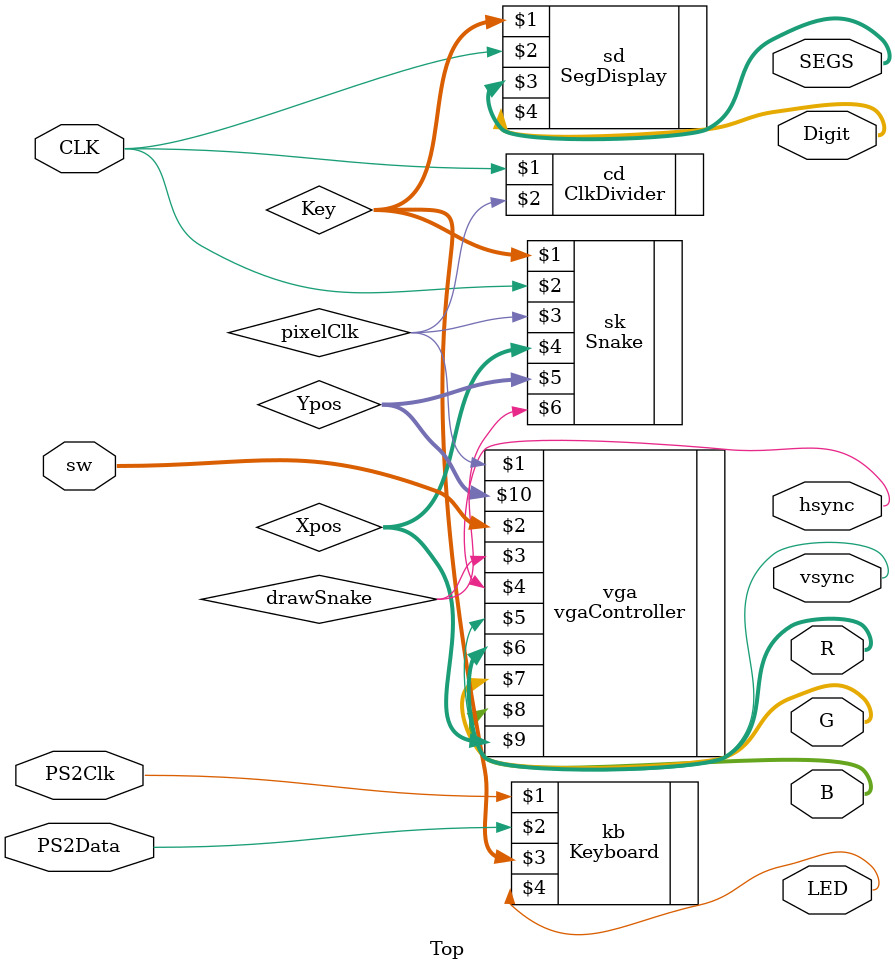
<source format=v>
module Top(PS2Clk, PS2Data, CLK, sw, LED, SEGS, Digit, hsync, vsync, R, G, B);
input PS2Clk, PS2Data, CLK;
input[7:0] sw;
output LED;
output hsync, vsync;
output[3:0] R, G, B;
output[6:0] SEGS;
output[3:0] Digit;
wire[7:0] Key;
wire pixelClk;
wire drawSnake;
wire[9:0] Xpos, Ypos;

Keyboard kb(PS2Clk, PS2Data, Key, LED);     //Retrieve keyboard input
SegDisplay sd(Key, CLK, SEGS, Digit);       //Display key pressed
ClkDivider cd(CLK, pixelClk);               //Return 25Mhz clock
Snake sk(Key, CLK, pixelClk, Xpos, Ypos, drawSnake);        //Determine if snake at current pixel, and control snake
vgaController vga(pixelClk, sw, drawSnake, hsync, vsync, R, G, B, Xpos, Ypos);      //Draw pixels

endmodule

</source>
